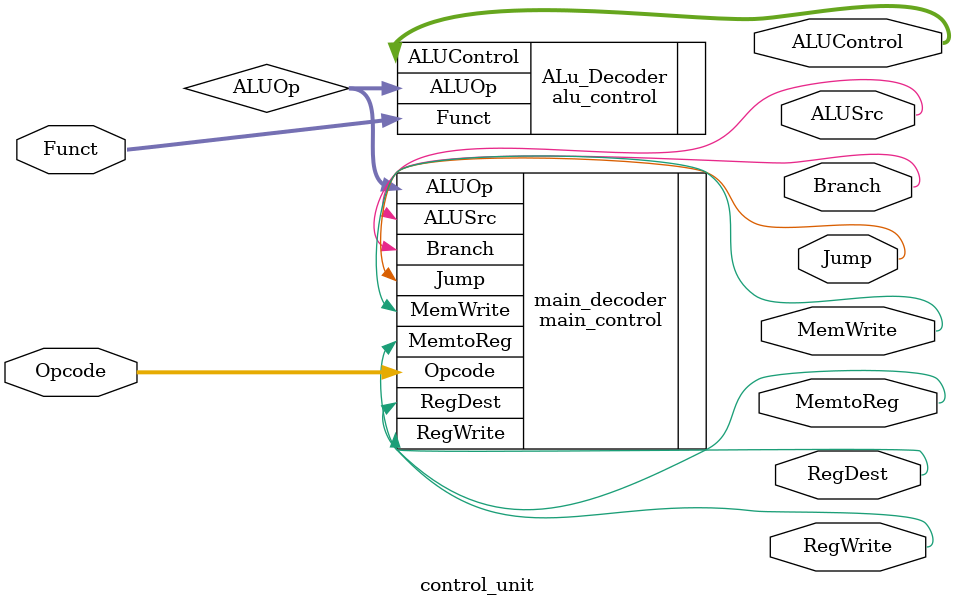
<source format=v>
module control_unit
(
input [5:0]Opcode,
input [5:0]Funct,
output [2:0]ALUControl,
output  Jump,
output  MemWrite,
output  RegWrite,
output  RegDest,
output  ALUSrc,
output  MemtoReg,
output  Branch
);

wire [1:0]ALUOp;
main_control main_decoder(.Opcode(Opcode),.ALUOp(ALUOp),.Jump(Jump),.MemWrite(MemWrite),.RegWrite(RegWrite),.RegDest(RegDest),.ALUSrc(ALUSrc),
                     .MemtoReg(MemtoReg),.Branch(Branch));
alu_control ALu_Decoder(.ALUOp(ALUOp),.Funct(Funct),.ALUControl(ALUControl));
endmodule

</source>
